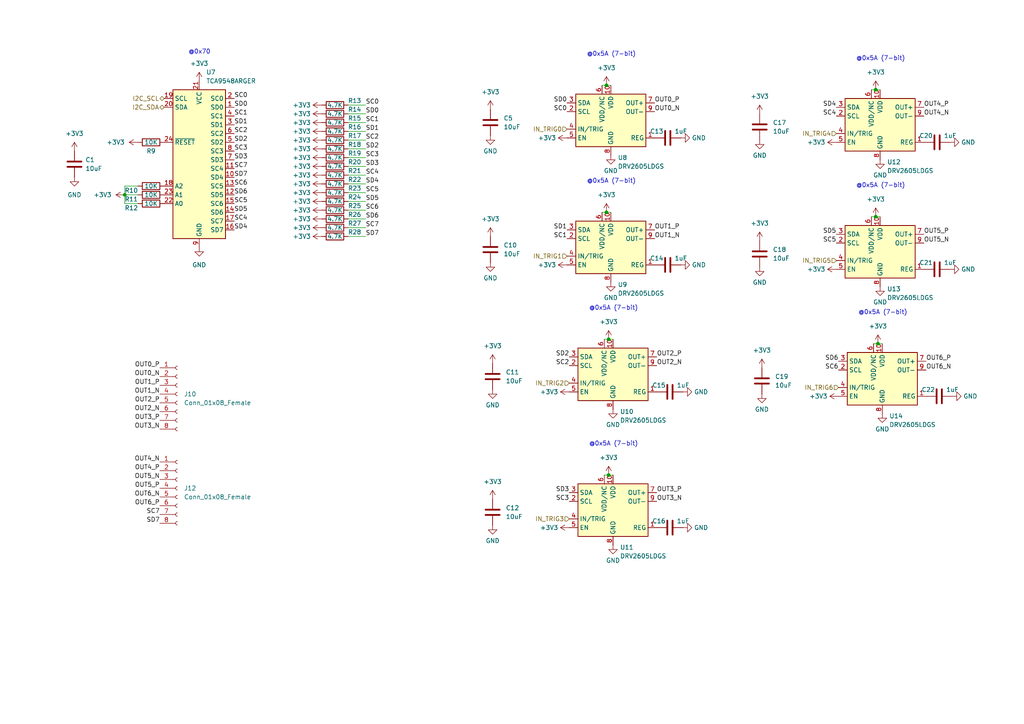
<source format=kicad_sch>
(kicad_sch (version 20211123) (generator eeschema)
  (paper "A4")
  (lib_symbols
    (symbol "Connector:Conn_01x08_Female" (pin_names (offset 1.016) hide)
      (property "Reference" "J" (at 0 10.16 0))
      (property "Value" "Conn_01x08_Female" (at 0 -12.7 0))
      (symbol "Conn_01x08_Female_1_1"
        (arc (start 0 -9.652) (mid -0.508 -10.16) (end 0 -10.668) (stroke (width 0.1524)))
        (arc (start 0 -7.112) (mid -0.508 -7.62) (end 0 -8.128) (stroke (width 0.1524)))
        (arc (start 0 -4.572) (mid -0.508 -5.08) (end 0 -5.588) (stroke (width 0.1524)))
        (arc (start 0 -2.032) (mid -0.508 -2.54) (end 0 -3.048) (stroke (width 0.1524)))
        (polyline (pts (xy -1.27 -10.16) (xy -0.508 -10.16)) (stroke (width 0.1524)))
        (polyline (pts (xy -1.27 -7.62) (xy -0.508 -7.62)) (stroke (width 0.1524)))
        (polyline (pts (xy -1.27 -5.08) (xy -0.508 -5.08)) (stroke (width 0.1524)))
        (polyline (pts (xy -1.27 -2.54) (xy -0.508 -2.54)) (stroke (width 0.1524)))
        (polyline (pts (xy -1.27 0) (xy -0.508 0)) (stroke (width 0.1524)))
        (polyline (pts (xy -1.27 2.54) (xy -0.508 2.54)) (stroke (width 0.1524)))
        (polyline (pts (xy -1.27 5.08) (xy -0.508 5.08)) (stroke (width 0.1524)))
        (polyline (pts (xy -1.27 7.62) (xy -0.508 7.62)) (stroke (width 0.1524)))
        (arc (start 0 0.508) (mid -0.508 0) (end 0 -0.508) (stroke (width 0.1524)))
        (arc (start 0 3.048) (mid -0.508 2.54) (end 0 2.032) (stroke (width 0.1524)))
        (arc (start 0 5.588) (mid -0.508 5.08) (end 0 4.572) (stroke (width 0.1524)))
        (arc (start 0 8.128) (mid -0.508 7.62) (end 0 7.112) (stroke (width 0.1524)))
        (pin passive line (at -5.08 7.62 0) (length 3.81) (name "Pin_1") (number "1"))
        (pin passive line (at -5.08 5.08 0) (length 3.81) (name "Pin_2") (number "2"))
        (pin passive line (at -5.08 2.54 0) (length 3.81) (name "Pin_3") (number "3"))
        (pin passive line (at -5.08 0 0) (length 3.81) (name "Pin_4") (number "4"))
        (pin passive line (at -5.08 -2.54 0) (length 3.81) (name "Pin_5") (number "5"))
        (pin passive line (at -5.08 -5.08 0) (length 3.81) (name "Pin_6") (number "6"))
        (pin passive line (at -5.08 -7.62 0) (length 3.81) (name "Pin_7") (number "7"))
        (pin passive line (at -5.08 -10.16 0) (length 3.81) (name "Pin_8") (number "8"))
      )
    )
    (symbol "Device:C" (pin_numbers hide) (pin_names (offset 0.254))
      (property "Reference" "C" (at 0.635 2.54 0))
      (property "Value" "C" (at 0.635 -2.54 0))
      (symbol "C_0_1"
        (polyline (pts (xy -2.032 -0.762) (xy 2.032 -0.762)) (stroke (width 0.508)))
        (polyline (pts (xy -2.032 0.762) (xy 2.032 0.762)) (stroke (width 0.508)))
      )
      (symbol "C_1_1"
        (pin passive line (at 0 3.81 270) (length 2.794) (name "~") (number "1"))
        (pin passive line (at 0 -3.81 90) (length 2.794) (name "~") (number "2"))
      )
    )
    (symbol "Device:R" (pin_numbers hide) (pin_names (offset 0))
      (property "Reference" "R" (at 2.032 0 90))
      (property "Value" "R" (at 0 0 90))
      (symbol "R_0_1"
        (rectangle (start -1.016 -2.54) (end 1.016 2.54) (stroke (width 0.254)))
      )
      (symbol "R_1_1"
        (pin passive line (at 0 3.81 270) (length 1.27) (name "~") (number "1"))
        (pin passive line (at 0 -3.81 90) (length 1.27) (name "~") (number "2"))
      )
    )
    (symbol "Driver_Haptic:DRV2605LDGS"
      (property "Reference" "U" (at -10.16 8.255 0))
      (property "Value" "DRV2605LDGS" (at 2.54 -8.89 0))
      (symbol "DRV2605LDGS_0_1"
        (rectangle (start -10.16 7.62) (end 10.16 -7.62) (stroke (width 0.254)) (fill (type background)))
      )
      (symbol "DRV2605LDGS_1_1"
        (pin passive line (at 12.7 -5.08 180) (length 2.54) (name "REG") (number "1"))
        (pin power_in line (at 0 10.16 270) (length 2.54) (name "VDD") (number "10"))
        (pin input line (at -12.7 2.54 0) (length 2.54) (name "SCL") (number "2"))
        (pin bidirectional line (at -12.7 5.08 0) (length 2.54) (name "SDA") (number "3"))
        (pin input line (at -12.7 -2.54 0) (length 2.54) (name "IN/TRIG") (number "4"))
        (pin input line (at -12.7 -5.08 0) (length 2.54) (name "EN") (number "5"))
        (pin power_in line (at -2.54 10.16 270) (length 2.54) (name "VDD/NC") (number "6"))
        (pin output line (at 12.7 5.08 180) (length 2.54) (name "OUT+") (number "7"))
        (pin power_in line (at 0 -10.16 90) (length 2.54) (name "GND") (number "8"))
        (pin output line (at 12.7 2.54 180) (length 2.54) (name "OUT-") (number "9"))
      )
    )
    (symbol "Interface_Expansion:TCA9548ARGER"
      (property "Reference" "U" (at -7.62 21.59 0))
      (property "Value" "TCA9548ARGER" (at 1.016 21.59 0))
      (symbol "TCA9548ARGER_0_1"
        (rectangle (start -7.62 20.32) (end 7.62 -22.86) (stroke (width 0.254)) (fill (type background)))
      )
      (symbol "TCA9548ARGER_1_1"
        (pin bidirectional line (at 10.16 15.24 180) (length 2.54) (name "SD0") (number "1"))
        (pin bidirectional line (at 10.16 -5.08 180) (length 2.54) (name "SD4") (number "10"))
        (pin output line (at 10.16 -2.54 180) (length 2.54) (name "SC4") (number "11"))
        (pin bidirectional line (at 10.16 -10.16 180) (length 2.54) (name "SD5") (number "12"))
        (pin output line (at 10.16 -7.62 180) (length 2.54) (name "SC5") (number "13"))
        (pin bidirectional line (at 10.16 -15.24 180) (length 2.54) (name "SD6") (number "14"))
        (pin output line (at 10.16 -12.7 180) (length 2.54) (name "SC6") (number "15"))
        (pin bidirectional line (at 10.16 -20.32 180) (length 2.54) (name "SD7") (number "16"))
        (pin output line (at 10.16 -17.78 180) (length 2.54) (name "SC7") (number "17"))
        (pin input line (at -10.16 -7.62 0) (length 2.54) (name "A2") (number "18"))
        (pin input line (at -10.16 17.78 0) (length 2.54) (name "SCL") (number "19"))
        (pin output line (at 10.16 17.78 180) (length 2.54) (name "SC0") (number "2"))
        (pin bidirectional line (at -10.16 15.24 0) (length 2.54) (name "SDA") (number "20"))
        (pin power_in line (at 0 22.86 270) (length 2.54) (name "VCC") (number "21"))
        (pin input line (at -10.16 -12.7 0) (length 2.54) (name "A0") (number "22"))
        (pin input line (at -10.16 -10.16 0) (length 2.54) (name "A1") (number "23"))
        (pin input line (at -10.16 5.08 0) (length 2.54) (name "~{RESET}") (number "24"))
        (pin no_connect line (at -7.62 -15.24 0) (length 2.54) hide (name "1EP") (number "25"))
        (pin bidirectional line (at 10.16 10.16 180) (length 2.54) (name "SD1") (number "3"))
        (pin output line (at 10.16 12.7 180) (length 2.54) (name "SC1") (number "4"))
        (pin bidirectional line (at 10.16 5.08 180) (length 2.54) (name "SD2") (number "5"))
        (pin output line (at 10.16 7.62 180) (length 2.54) (name "SC2") (number "6"))
        (pin bidirectional line (at 10.16 0 180) (length 2.54) (name "SD3") (number "7"))
        (pin output line (at 10.16 2.54 180) (length 2.54) (name "SC3") (number "8"))
        (pin power_in line (at 0 -25.4 90) (length 2.54) (name "GND") (number "9"))
      )
    )
    (symbol "power:+3.3V" (power) (pin_names (offset 0))
      (property "Value" "+3.3V" (at 0 3.556 0))
      (symbol "+3.3V_0_1"
        (polyline (pts (xy -0.762 1.27) (xy 0 2.54)))
        (polyline (pts (xy 0 0) (xy 0 2.54)))
        (polyline (pts (xy 0 2.54) (xy 0.762 1.27)))
      )
      (symbol "+3.3V_1_1"
        (pin power_in line (at 0 0 90) (length 0) hide (name "+3V3") (number "1"))
      )
    )
    (symbol "power:GND" (power) (pin_names (offset 0))
      (property "Value" "GND" (at 0 -3.81 0))
      (symbol "GND_0_1"
        (polyline (pts (xy 0 0) (xy 0 -1.27) (xy 1.27 -1.27) (xy 0 -2.54) (xy -1.27 -1.27) (xy 0 -1.27)))
      )
      (symbol "GND_1_1"
        (pin power_in line (at 0 0 270) (length 0) hide (name "GND") (number "1"))
      )
    )
  )
  (junction (at 175.895 61.595))
  (junction (at 254 26.035))
  (junction (at 254 62.865))
  (junction (at 176.53 137.795))
  (junction (at 175.895 24.765))
  (junction (at 176.53 98.425))
  (junction (at 254.635 99.695))
  (junction (at 36.195 56.515))
  (wire (pts (xy 254.635 99.695) (xy 255.905 99.695)))
  (wire (pts (xy 100.965 55.88) (xy 106.045 55.88)))
  (wire (pts (xy 100.965 68.58) (xy 106.045 68.58)))
  (wire (pts (xy 175.26 137.795) (xy 176.53 137.795)))
  (wire (pts (xy 100.965 66.04) (xy 106.045 66.04)))
  (wire (pts (xy 100.965 43.18) (xy 106.045 43.18)))
  (wire (pts (xy 36.195 56.515) (xy 40.005 56.515)))
  (wire (pts (xy 254 26.035) (xy 255.27 26.035)))
  (wire (pts (xy 100.965 45.72) (xy 106.045 45.72)))
  (wire (pts (xy 100.965 35.56) (xy 106.045 35.56)))
  (wire (pts (xy 175.895 24.765) (xy 177.165 24.765)))
  (wire (pts (xy 174.625 24.765) (xy 175.895 24.765)))
  (wire (pts (xy 100.965 40.64) (xy 106.045 40.64)))
  (wire (pts (xy 174.625 61.595) (xy 175.895 61.595)))
  (wire (pts (xy 254 62.865) (xy 255.27 62.865)))
  (wire (pts (xy 252.73 62.865) (xy 254 62.865)))
  (wire (pts (xy 100.965 48.26) (xy 106.045 48.26)))
  (wire (pts (xy 36.195 56.515) (xy 36.195 53.975)))
  (wire (pts (xy 100.965 33.02) (xy 106.045 33.02)))
  (wire (pts (xy 253.365 99.695) (xy 254.635 99.695)))
  (wire (pts (xy 100.965 38.1) (xy 106.045 38.1)))
  (wire (pts (xy 175.26 98.425) (xy 176.53 98.425)))
  (wire (pts (xy 100.965 60.96) (xy 106.045 60.96)))
  (wire (pts (xy 252.73 26.035) (xy 254 26.035)))
  (wire (pts (xy 40.005 59.055) (xy 36.195 59.055)))
  (wire (pts (xy 100.965 50.8) (xy 106.045 50.8)))
  (wire (pts (xy 36.195 53.975) (xy 40.005 53.975)))
  (wire (pts (xy 100.965 63.5) (xy 106.045 63.5)))
  (wire (pts (xy 175.895 61.595) (xy 177.165 61.595)))
  (wire (pts (xy 36.195 59.055) (xy 36.195 56.515)))
  (wire (pts (xy 100.965 53.34) (xy 106.045 53.34)))
  (wire (pts (xy 100.965 30.48) (xy 106.045 30.48)))
  (wire (pts (xy 176.53 137.795) (xy 177.8 137.795)))
  (wire (pts (xy 176.53 98.425) (xy 177.8 98.425)))
  (wire (pts (xy 100.965 58.42) (xy 106.045 58.42)))
  (text "@0x5A (7-bit)" (at 248.285 54.61 0) (effects (font (size 1.27 1.27)) (justify left bottom)))
  (text "@0x5A (7-bit)" (at 248.92 91.44 0) (effects (font (size 1.27 1.27)) (justify left bottom)))
  (text "@0x5A (7-bit)" (at 170.18 16.51 0) (effects (font (size 1.27 1.27)) (justify left bottom)))
  (text "@0x5A (7-bit)" (at 170.815 129.54 0) (effects (font (size 1.27 1.27)) (justify left bottom)))
  (text "@0x5A (7-bit)" (at 170.18 53.34 0) (effects (font (size 1.27 1.27)) (justify left bottom)))
  (text "@0x70 " (at 54.61 15.875 0) (effects (font (size 1.27 1.27)) (justify left bottom)))
  (text "@0x5A (7-bit)" (at 170.815 90.17 0) (effects (font (size 1.27 1.27)) (justify left bottom)))
  (text "@0x5A (7-bit)" (at 248.285 17.78 0) (effects (font (size 1.27 1.27)) (justify left bottom)))
  (label "OUT5_P" (at 46.355 141.605 180))
  (label "SC6" (at 243.205 107.315 180))
  (label "OUT3_N" (at 190.5 145.415 0))
  (label "SC2" (at 67.945 38.735 0))
  (label "SC2" (at 165.1 106.045 180))
  (label "OUT5_P" (at 267.97 67.945 0))
  (label "SD2" (at 67.945 41.275 0))
  (label "SC0" (at 164.465 32.385 180))
  (label "SD0" (at 106.045 33.02 0))
  (label "SC7" (at 46.355 149.225 180))
  (label "OUT0_N" (at 46.355 109.22 180))
  (label "SC4" (at 106.045 50.8 0))
  (label "SD1" (at 67.945 36.195 0))
  (label "SD4" (at 106.045 53.34 0))
  (label "OUT5_N" (at 267.97 70.485 0))
  (label "OUT0_P" (at 46.355 106.68 180))
  (label "SD6" (at 67.945 56.515 0))
  (label "SD3" (at 67.945 46.355 0))
  (label "SD2" (at 165.1 103.505 180))
  (label "SC1" (at 67.945 33.655 0))
  (label "SC1" (at 164.465 69.215 180))
  (label "SD4" (at 242.57 31.115 180))
  (label "OUT2_N" (at 190.5 106.045 0))
  (label "OUT6_N" (at 268.605 107.315 0))
  (label "OUT2_P" (at 190.5 103.505 0))
  (label "OUT6_N" (at 46.355 144.145 180))
  (label "SD6" (at 106.045 63.5 0))
  (label "SD5" (at 106.045 58.42 0))
  (label "SC7" (at 67.945 48.895 0))
  (label "SD1" (at 106.045 38.1 0))
  (label "OUT5_N" (at 46.355 139.065 180))
  (label "OUT3_N" (at 46.355 124.46 180))
  (label "SC5" (at 242.57 70.485 180))
  (label "OUT4_N" (at 46.355 133.985 180))
  (label "OUT6_P" (at 268.605 104.775 0))
  (label "SC0" (at 106.045 30.48 0))
  (label "SD1" (at 164.465 66.675 180))
  (label "OUT0_N" (at 189.865 32.385 0))
  (label "SD7" (at 46.355 151.765 180))
  (label "OUT1_N" (at 189.865 69.215 0))
  (label "SD3" (at 165.1 142.875 180))
  (label "OUT3_P" (at 46.355 121.92 180))
  (label "SD3" (at 106.045 48.26 0))
  (label "SD4" (at 67.945 66.675 0))
  (label "SD5" (at 242.57 67.945 180))
  (label "SC2" (at 106.045 40.64 0))
  (label "SC3" (at 165.1 145.415 180))
  (label "OUT0_P" (at 189.865 29.845 0))
  (label "SD6" (at 243.205 104.775 180))
  (label "OUT1_N" (at 46.355 114.3 180))
  (label "OUT4_N" (at 267.97 33.655 0))
  (label "SD7" (at 106.045 68.58 0))
  (label "OUT1_P" (at 46.355 111.76 180))
  (label "SD0" (at 164.465 29.845 180))
  (label "SD7" (at 67.945 51.435 0))
  (label "SC1" (at 106.045 35.56 0))
  (label "SD0" (at 67.945 31.115 0))
  (label "SC3" (at 106.045 45.72 0))
  (label "SC4" (at 242.57 33.655 180))
  (label "SC7" (at 106.045 66.04 0))
  (label "SC6" (at 67.945 53.975 0))
  (label "SD2" (at 106.045 43.18 0))
  (label "SC5" (at 67.945 59.055 0))
  (label "OUT2_P" (at 46.355 116.84 180))
  (label "SC3" (at 67.945 43.815 0))
  (label "SC5" (at 106.045 55.88 0))
  (label "OUT4_P" (at 267.97 31.115 0))
  (label "OUT6_P" (at 46.355 146.685 180))
  (label "OUT3_P" (at 190.5 142.875 0))
  (label "OUT4_P" (at 46.355 136.525 180))
  (label "SD5" (at 67.945 61.595 0))
  (label "SC4" (at 67.945 64.135 0))
  (label "SC6" (at 106.045 60.96 0))
  (label "SC0" (at 67.945 28.575 0))
  (label "OUT1_P" (at 189.865 66.675 0))
  (label "OUT2_N" (at 46.355 119.38 180))
  (hierarchical_label "IN_TRIG3" (shape input) (at 165.1 150.495 180))
  (hierarchical_label "IN_TRIG4" (shape input) (at 242.57 38.735 180))
  (hierarchical_label "IN_TRIG5" (shape input) (at 242.57 75.565 180))
  (hierarchical_label "IN_TRIG0" (shape input) (at 164.465 37.465 180))
  (hierarchical_label "IN_TRIG2" (shape input) (at 165.1 111.125 180))
  (hierarchical_label "IN_TRIG1" (shape input) (at 164.465 74.295 180))
  (hierarchical_label "IN_TRIG6" (shape input) (at 243.205 112.395 180))
  (hierarchical_label "I2C_SDA" (shape bidirectional) (at 47.625 31.115 180))
  (hierarchical_label "I2C_SCL" (shape bidirectional) (at 47.625 28.575 180))
  (symbol (lib_id "Connector:Conn_01x08_Female") (at 51.435 141.605 0) (unit 1)
    (property "Reference" "J12" (at 53.34 141.6049 0) (effects (justify left)))
    (property "Value" "Conn_01x08_Female" (at 53.34 144.1449 0) (effects (justify left)))
    (property "Footprint" "Connector_PinHeader_2.54mm:PinHeader_1x08_P2.54mm_Vertical" (effects hide))
  )
  (symbol (lib_id "Device:C") (at 194.31 153.035 90) (unit 1)
    (property "Reference" "C16" (at 191.135 151.13 90))
    (property "Value" "1uF" (at 198.12 151.13 90))
    (property "Footprint" "Capacitor_SMD:C_0402_1005Metric" (effects hide))
  )
  (symbol (lib_id "power:+3.3V") (at 220.345 69.85 0) (unit 1)
    (property "Reference" "#PWR0180" (effects hide))
    (property "Value" "+3.3V" (at 220.345 64.77 0))
  )
  (symbol (lib_id "power:+3.3V") (at 93.345 66.04 90) (unit 1)
    (property "Reference" "#PWR0223" (effects hide))
    (property "Value" "+3.3V" (at 90.17 66.0399 90) (effects (justify left)))
  )
  (symbol (lib_id "Device:C") (at 271.78 78.105 90) (unit 1)
    (property "Reference" "C21" (at 268.605 76.2 90))
    (property "Value" "1uF" (at 275.59 76.2 90))
    (property "Footprint" "Capacitor_SMD:C_0402_1005Metric" (effects hide))
  )
  (symbol (lib_id "power:+3.3V") (at 243.205 114.935 90) (unit 1)
    (property "Reference" "#PWR0195" (effects hide))
    (property "Value" "+3.3V" (at 240.03 114.9349 90) (effects (justify left)))
  )
  (symbol (lib_id "power:GND") (at 198.12 153.035 90) (unit 1)
    (property "Reference" "#PWR0214" (effects hide))
    (property "Value" "GND" (at 201.295 153.0349 90) (effects (justify right)))
  )
  (symbol (lib_id "power:GND") (at 220.98 114.3 0) (unit 1)
    (property "Reference" "#PWR0194" (effects hide))
    (property "Value" "GND" (at 220.98 118.745 0))
  )
  (symbol (lib_id "power:GND") (at 177.165 81.915 0) (unit 1)
    (property "Reference" "#PWR0207" (effects hide))
    (property "Value" "GND" (at 177.165 86.36 0))
  )
  (symbol (lib_id "Device:R") (at 97.155 60.96 90) (unit 1)
    (property "Reference" "R25" (at 102.87 59.69 90))
    (property "Value" "4.7K" (at 97.155 60.96 90))
    (property "Footprint" "Resistor_SMD:R_0402_1005Metric" (effects hide))
  )
  (symbol (lib_id "Device:R") (at 97.155 43.18 90) (unit 1)
    (property "Reference" "R18" (at 102.87 41.91 90))
    (property "Value" "4.7K" (at 97.155 43.18 90))
    (property "Footprint" "Resistor_SMD:R_0402_1005Metric" (effects hide))
  )
  (symbol (lib_id "power:GND") (at 220.345 40.64 0) (unit 1)
    (property "Reference" "#PWR0182" (effects hide))
    (property "Value" "GND" (at 220.345 45.085 0))
  )
  (symbol (lib_id "Device:C") (at 220.345 73.66 0) (unit 1)
    (property "Reference" "C18" (at 224.155 72.3899 0) (effects (justify left)))
    (property "Value" "10uF" (at 224.155 74.9299 0) (effects (justify left)))
    (property "Footprint" "Capacitor_SMD:C_0402_1005Metric" (effects hide))
  )
  (symbol (lib_id "Device:C") (at 220.345 36.83 0) (unit 1)
    (property "Reference" "C17" (at 224.155 35.5599 0) (effects (justify left)))
    (property "Value" "10uF" (at 224.155 38.0999 0) (effects (justify left)))
    (property "Footprint" "Capacitor_SMD:C_0402_1005Metric" (effects hide))
  )
  (symbol (lib_id "power:+3.3V") (at 93.345 40.64 90) (unit 1)
    (property "Reference" "#PWR0158" (effects hide))
    (property "Value" "+3.3V" (at 90.17 40.6399 90) (effects (justify left)))
  )
  (symbol (lib_id "power:+3.3V") (at 165.1 113.665 90) (unit 1)
    (property "Reference" "#PWR0206" (effects hide))
    (property "Value" "+3.3V" (at 161.925 113.6649 90) (effects (justify left)))
  )
  (symbol (lib_id "power:+3.3V") (at 176.53 98.425 0) (unit 1)
    (property "Reference" "#PWR0209" (effects hide))
    (property "Value" "+3.3V" (at 176.53 93.345 0))
  )
  (symbol (lib_id "power:+3.3V") (at 36.195 56.515 90) (unit 1)
    (property "Reference" "#PWR0177" (effects hide))
    (property "Value" "+3.3V" (at 32.385 56.5149 90) (effects (justify left)))
  )
  (symbol (lib_id "Device:R") (at 97.155 55.88 90) (unit 1)
    (property "Reference" "R23" (at 102.87 54.61 90))
    (property "Value" "4.7K" (at 97.155 55.88 90))
    (property "Footprint" "Resistor_SMD:R_0402_1005Metric" (effects hide))
  )
  (symbol (lib_id "power:GND") (at 198.12 113.665 90) (unit 1)
    (property "Reference" "#PWR0216" (effects hide))
    (property "Value" "GND" (at 201.295 113.6649 90) (effects (justify right)))
  )
  (symbol (lib_id "power:+3.3V") (at 21.59 43.815 0) (unit 1)
    (property "Reference" "#PWR0174" (effects hide))
    (property "Value" "+3.3V" (at 21.59 38.735 0))
  )
  (symbol (lib_id "power:+3.3V") (at 254 62.865 0) (unit 1)
    (property "Reference" "#PWR0186" (effects hide))
    (property "Value" "+3.3V" (at 254 57.785 0))
  )
  (symbol (lib_id "Driver_Haptic:DRV2605LDGS") (at 177.8 147.955 0) (unit 1)
    (property "Reference" "U11" (at 179.8194 158.75 0) (effects (justify left)))
    (property "Value" "DRV2605LDGS" (at 179.8194 161.29 0) (effects (justify left)))
    (property "Footprint" "Package_SO:VSSOP-10_3x3mm_P0.5mm" (effects hide))
    (property "Datasheet" "http://www.ti.com/lit/ds/symlink/drv2605l.pdf" (effects hide))
    (property "LCSC" "C527464" (effects hide))
  )
  (symbol (lib_id "power:+3.3V") (at 220.98 106.68 0) (unit 1)
    (property "Reference" "#PWR0193" (effects hide))
    (property "Value" "+3.3V" (at 220.98 101.6 0))
  )
  (symbol (lib_id "power:GND") (at 255.905 120.015 0) (unit 1)
    (property "Reference" "#PWR0190" (effects hide))
    (property "Value" "GND" (at 255.905 124.46 0))
  )
  (symbol (lib_id "power:GND") (at 142.24 39.37 0) (unit 1)
    (property "Reference" "#PWR0164" (effects hide))
    (property "Value" "GND" (at 142.24 43.815 0))
  )
  (symbol (lib_id "power:GND") (at 197.485 76.835 90) (unit 1)
    (property "Reference" "#PWR0198" (effects hide))
    (property "Value" "GND" (at 200.66 76.8349 90) (effects (justify right)))
  )
  (symbol (lib_id "Device:C") (at 21.59 47.625 0) (unit 1)
    (property "Reference" "C1" (at 24.765 46.3549 0) (effects (justify left)))
    (property "Value" "10uF" (at 24.765 48.8949 0) (effects (justify left)))
    (property "Footprint" "Capacitor_SMD:C_0402_1005Metric" (effects hide))
  )
  (symbol (lib_id "Device:R") (at 97.155 45.72 90) (unit 1)
    (property "Reference" "R19" (at 102.87 44.45 90))
    (property "Value" "4.7K" (at 97.155 45.72 90))
    (property "Footprint" "Resistor_SMD:R_0402_1005Metric" (effects hide))
  )
  (symbol (lib_id "power:+3.3V") (at 93.345 43.18 90) (unit 1)
    (property "Reference" "#PWR0159" (effects hide))
    (property "Value" "+3.3V" (at 90.17 43.1799 90) (effects (justify left)))
  )
  (symbol (lib_id "power:GND") (at 21.59 51.435 0) (unit 1)
    (property "Reference" "#PWR0175" (effects hide))
    (property "Value" "GND" (at 21.59 56.515 0))
  )
  (symbol (lib_id "power:GND") (at 275.59 41.275 90) (unit 1)
    (property "Reference" "#PWR0187" (effects hide))
    (property "Value" "GND" (at 278.765 41.2749 90) (effects (justify right)))
  )
  (symbol (lib_id "power:+3.3V") (at 176.53 137.795 0) (unit 1)
    (property "Reference" "#PWR0213" (effects hide))
    (property "Value" "+3.3V" (at 176.53 132.715 0))
  )
  (symbol (lib_id "power:+3.3V") (at 175.895 24.765 0) (unit 1)
    (property "Reference" "#PWR0202" (effects hide))
    (property "Value" "+3.3V" (at 175.895 19.685 0))
  )
  (symbol (lib_id "Device:R") (at 97.155 33.02 90) (unit 1)
    (property "Reference" "R14" (at 102.87 31.75 90))
    (property "Value" "4.7K" (at 97.155 33.02 90))
    (property "Footprint" "Resistor_SMD:R_0402_1005Metric" (effects hide))
  )
  (symbol (lib_id "Device:R") (at 97.155 63.5 90) (unit 1)
    (property "Reference" "R26" (at 102.87 62.23 90))
    (property "Value" "4.7K" (at 97.155 63.5 90))
    (property "Footprint" "Resistor_SMD:R_0402_1005Metric" (effects hide))
  )
  (symbol (lib_id "Device:R") (at 97.155 66.04 90) (unit 1)
    (property "Reference" "R27" (at 102.87 64.77 90))
    (property "Value" "4.7K" (at 97.155 66.04 90))
    (property "Footprint" "Resistor_SMD:R_0402_1005Metric" (effects hide))
  )
  (symbol (lib_id "power:+3.3V") (at 93.345 55.88 90) (unit 1)
    (property "Reference" "#PWR0172" (effects hide))
    (property "Value" "+3.3V" (at 90.17 55.8799 90) (effects (justify left)))
  )
  (symbol (lib_id "power:GND") (at 57.785 71.755 0) (unit 1)
    (property "Reference" "#PWR0167" (effects hide))
    (property "Value" "GND" (at 57.785 76.835 0))
  )
  (symbol (lib_id "power:GND") (at 142.875 113.03 0) (unit 1)
    (property "Reference" "#PWR0204" (effects hide))
    (property "Value" "GND" (at 142.875 117.475 0))
  )
  (symbol (lib_id "power:+3.3V") (at 93.345 33.02 90) (unit 1)
    (property "Reference" "#PWR0160" (effects hide))
    (property "Value" "+3.3V" (at 90.17 33.0199 90) (effects (justify left)))
  )
  (symbol (lib_id "power:+3.3V") (at 220.345 33.02 0) (unit 1)
    (property "Reference" "#PWR0183" (effects hide))
    (property "Value" "+3.3V" (at 220.345 27.94 0))
  )
  (symbol (lib_id "power:+3.3V") (at 254.635 99.695 0) (unit 1)
    (property "Reference" "#PWR0192" (effects hide))
    (property "Value" "+3.3V" (at 254.635 94.615 0))
  )
  (symbol (lib_id "power:GND") (at 255.27 83.185 0) (unit 1)
    (property "Reference" "#PWR0189" (effects hide))
    (property "Value" "GND" (at 255.27 87.63 0))
  )
  (symbol (lib_id "Device:R") (at 97.155 50.8 90) (unit 1)
    (property "Reference" "R21" (at 102.87 49.53 90))
    (property "Value" "4.7K" (at 97.155 50.8 90))
    (property "Footprint" "Resistor_SMD:R_0402_1005Metric" (effects hide))
  )
  (symbol (lib_id "power:+3.3V") (at 93.345 45.72 90) (unit 1)
    (property "Reference" "#PWR0156" (effects hide))
    (property "Value" "+3.3V" (at 90.17 45.7199 90) (effects (justify left)))
  )
  (symbol (lib_id "Device:C") (at 142.875 109.22 0) (unit 1)
    (property "Reference" "C11" (at 146.685 107.9499 0) (effects (justify left)))
    (property "Value" "10uF" (at 146.685 110.4899 0) (effects (justify left)))
    (property "Footprint" "Capacitor_SMD:C_0402_1005Metric" (effects hide))
  )
  (symbol (lib_id "Device:C") (at 271.78 41.275 90) (unit 1)
    (property "Reference" "C20" (at 268.605 39.37 90))
    (property "Value" "1uF" (at 275.59 39.37 90))
    (property "Footprint" "Capacitor_SMD:C_0402_1005Metric" (effects hide))
  )
  (symbol (lib_id "power:+3.3V") (at 175.895 61.595 0) (unit 1)
    (property "Reference" "#PWR0199" (effects hide))
    (property "Value" "+3.3V" (at 175.895 56.515 0))
  )
  (symbol (lib_id "power:+3.3V") (at 93.345 68.58 90) (unit 1)
    (property "Reference" "#PWR0224" (effects hide))
    (property "Value" "+3.3V" (at 90.17 68.5799 90) (effects (justify left)))
  )
  (symbol (lib_id "power:+3.3V") (at 93.345 50.8 90) (unit 1)
    (property "Reference" "#PWR0170" (effects hide))
    (property "Value" "+3.3V" (at 90.17 50.7999 90) (effects (justify left)))
  )
  (symbol (lib_id "Device:C") (at 220.98 110.49 0) (unit 1)
    (property "Reference" "C19" (at 224.79 109.2199 0) (effects (justify left)))
    (property "Value" "10uF" (at 224.79 111.7599 0) (effects (justify left)))
    (property "Footprint" "Capacitor_SMD:C_0402_1005Metric" (effects hide))
  )
  (symbol (lib_id "power:+3.3V") (at 93.345 35.56 90) (unit 1)
    (property "Reference" "#PWR0157" (effects hide))
    (property "Value" "+3.3V" (at 90.17 35.5599 90) (effects (justify left)))
  )
  (symbol (lib_id "Device:R") (at 43.815 53.975 90) (unit 1)
    (property "Reference" "R10" (at 38.1 55.245 90))
    (property "Value" "10K" (at 43.815 53.975 90))
    (property "Footprint" "Resistor_SMD:R_0402_1005Metric" (effects hide))
  )
  (symbol (lib_id "power:+3.3V") (at 93.345 48.26 90) (unit 1)
    (property "Reference" "#PWR0155" (effects hide))
    (property "Value" "+3.3V" (at 90.17 48.2599 90) (effects (justify left)))
  )
  (symbol (lib_id "power:+3.3V") (at 142.875 105.41 0) (unit 1)
    (property "Reference" "#PWR0205" (effects hide))
    (property "Value" "+3.3V" (at 142.875 100.33 0))
  )
  (symbol (lib_id "Driver_Haptic:DRV2605LDGS") (at 255.27 36.195 0) (unit 1)
    (property "Reference" "U12" (at 257.2894 46.99 0) (effects (justify left)))
    (property "Value" "DRV2605LDGS" (at 257.2894 49.53 0) (effects (justify left)))
    (property "Footprint" "Package_SO:VSSOP-10_3x3mm_P0.5mm" (effects hide))
    (property "Datasheet" "http://www.ti.com/lit/ds/symlink/drv2605l.pdf" (effects hide))
    (property "LCSC" "C527464" (effects hide))
  )
  (symbol (lib_id "power:GND") (at 276.225 114.935 90) (unit 1)
    (property "Reference" "#PWR0191" (effects hide))
    (property "Value" "GND" (at 279.4 114.9349 90) (effects (justify right)))
  )
  (symbol (lib_id "Device:R") (at 97.155 30.48 90) (unit 1)
    (property "Reference" "R13" (at 102.87 29.21 90))
    (property "Value" "4.7K" (at 97.155 30.48 90))
    (property "Footprint" "Resistor_SMD:R_0402_1005Metric" (effects hide))
  )
  (symbol (lib_id "power:+3.3V") (at 93.345 53.34 90) (unit 1)
    (property "Reference" "#PWR0171" (effects hide))
    (property "Value" "+3.3V" (at 90.17 53.3399 90) (effects (justify left)))
  )
  (symbol (lib_id "power:+3.3V") (at 93.345 60.96 90) (unit 1)
    (property "Reference" "#PWR0168" (effects hide))
    (property "Value" "+3.3V" (at 90.17 60.9599 90) (effects (justify left)))
  )
  (symbol (lib_id "power:GND") (at 255.27 46.355 0) (unit 1)
    (property "Reference" "#PWR0185" (effects hide))
    (property "Value" "GND" (at 255.27 50.8 0))
  )
  (symbol (lib_id "Device:C") (at 142.24 35.56 0) (unit 1)
    (property "Reference" "C5" (at 146.05 34.2899 0) (effects (justify left)))
    (property "Value" "10uF" (at 146.05 36.8299 0) (effects (justify left)))
    (property "Footprint" "Capacitor_SMD:C_0402_1005Metric" (effects hide))
  )
  (symbol (lib_id "power:+3.3V") (at 93.345 38.1 90) (unit 1)
    (property "Reference" "#PWR0146" (effects hide))
    (property "Value" "+3.3V" (at 90.17 38.0999 90) (effects (justify left)))
  )
  (symbol (lib_id "power:+3.3V") (at 93.345 58.42 90) (unit 1)
    (property "Reference" "#PWR0169" (effects hide))
    (property "Value" "+3.3V" (at 90.17 58.4199 90) (effects (justify left)))
  )
  (symbol (lib_id "Device:R") (at 97.155 53.34 90) (unit 1)
    (property "Reference" "R22" (at 102.87 52.07 90))
    (property "Value" "4.7K" (at 97.155 53.34 90))
    (property "Footprint" "Resistor_SMD:R_0402_1005Metric" (effects hide))
  )
  (symbol (lib_id "power:+3.3V") (at 142.875 144.78 0) (unit 1)
    (property "Reference" "#PWR0212" (effects hide))
    (property "Value" "+3.3V" (at 142.875 139.7 0))
  )
  (symbol (lib_id "Device:R") (at 43.815 59.055 90) (unit 1)
    (property "Reference" "R12" (at 38.1 60.325 90))
    (property "Value" "10K" (at 43.815 59.055 90))
    (property "Footprint" "Resistor_SMD:R_0402_1005Metric" (effects hide))
  )
  (symbol (lib_id "Device:R") (at 97.155 48.26 90) (unit 1)
    (property "Reference" "R20" (at 102.87 46.99 90))
    (property "Value" "4.7K" (at 97.155 48.26 90))
    (property "Footprint" "Resistor_SMD:R_0402_1005Metric" (effects hide))
  )
  (symbol (lib_id "Device:R") (at 97.155 35.56 90) (unit 1)
    (property "Reference" "R15" (at 102.87 34.29 90))
    (property "Value" "4.7K" (at 97.155 35.56 90))
    (property "Footprint" "Resistor_SMD:R_0402_1005Metric" (effects hide))
  )
  (symbol (lib_id "power:+3.3V") (at 242.57 78.105 90) (unit 1)
    (property "Reference" "#PWR0178" (effects hide))
    (property "Value" "+3.3V" (at 239.395 78.1049 90) (effects (justify left)))
  )
  (symbol (lib_id "power:+3.3V") (at 254 26.035 0) (unit 1)
    (property "Reference" "#PWR0181" (effects hide))
    (property "Value" "+3.3V" (at 254 20.955 0))
  )
  (symbol (lib_id "Connector:Conn_01x08_Female") (at 51.435 114.3 0) (unit 1)
    (property "Reference" "J10" (at 53.34 114.2999 0) (effects (justify left)))
    (property "Value" "Conn_01x08_Female" (at 53.34 116.8399 0) (effects (justify left)))
    (property "Footprint" "Connector_PinHeader_2.54mm:PinHeader_1x08_P2.54mm_Vertical" (effects hide))
  )
  (symbol (lib_id "power:GND") (at 177.165 45.085 0) (unit 1)
    (property "Reference" "#PWR0197" (effects hide))
    (property "Value" "GND" (at 177.165 49.53 0))
  )
  (symbol (lib_id "power:+3.3V") (at 40.005 41.275 90) (unit 1)
    (property "Reference" "#PWR0176" (effects hide))
    (property "Value" "+3.3V" (at 36.195 41.2749 90) (effects (justify left)))
  )
  (symbol (lib_id "power:GND") (at 142.875 152.4 0) (unit 1)
    (property "Reference" "#PWR0211" (effects hide))
    (property "Value" "GND" (at 142.875 156.845 0))
  )
  (symbol (lib_id "power:GND") (at 275.59 78.105 90) (unit 1)
    (property "Reference" "#PWR0188" (effects hide))
    (property "Value" "GND" (at 278.765 78.1049 90) (effects (justify right)))
  )
  (symbol (lib_id "Device:R") (at 97.155 38.1 90) (unit 1)
    (property "Reference" "R16" (at 102.87 36.83 90))
    (property "Value" "4.7K" (at 97.155 38.1 90))
    (property "Footprint" "Resistor_SMD:R_0402_1005Metric" (effects hide))
  )
  (symbol (lib_id "Driver_Haptic:DRV2605LDGS") (at 255.905 109.855 0) (unit 1)
    (property "Reference" "U14" (at 257.9244 120.65 0) (effects (justify left)))
    (property "Value" "DRV2605LDGS" (at 257.9244 123.19 0) (effects (justify left)))
    (property "Footprint" "Package_SO:VSSOP-10_3x3mm_P0.5mm" (effects hide))
    (property "Datasheet" "http://www.ti.com/lit/ds/symlink/drv2605l.pdf" (effects hide))
    (property "LCSC" "C527464" (effects hide))
  )
  (symbol (lib_id "Device:C") (at 194.31 113.665 90) (unit 1)
    (property "Reference" "C15" (at 191.135 111.76 90))
    (property "Value" "1uF" (at 198.12 111.76 90))
    (property "Footprint" "Capacitor_SMD:C_0402_1005Metric" (effects hide))
  )
  (symbol (lib_id "Device:C") (at 142.875 148.59 0) (unit 1)
    (property "Reference" "C12" (at 146.685 147.3199 0) (effects (justify left)))
    (property "Value" "10uF" (at 146.685 149.8599 0) (effects (justify left)))
    (property "Footprint" "Capacitor_SMD:C_0402_1005Metric" (effects hide))
  )
  (symbol (lib_id "power:+3.3V") (at 164.465 40.005 90) (unit 1)
    (property "Reference" "#PWR0196" (effects hide))
    (property "Value" "+3.3V" (at 161.29 40.0049 90) (effects (justify left)))
  )
  (symbol (lib_id "power:+3.3V") (at 142.24 31.75 0) (unit 1)
    (property "Reference" "#PWR0163" (effects hide))
    (property "Value" "+3.3V" (at 142.24 26.67 0))
  )
  (symbol (lib_id "Device:R") (at 97.155 40.64 90) (unit 1)
    (property "Reference" "R17" (at 102.87 39.37 90))
    (property "Value" "4.7K" (at 97.155 40.64 90))
    (property "Footprint" "Resistor_SMD:R_0402_1005Metric" (effects hide))
  )
  (symbol (lib_id "Device:C") (at 272.415 114.935 90) (unit 1)
    (property "Reference" "C22" (at 269.24 113.03 90))
    (property "Value" "1uF" (at 276.225 113.03 90))
    (property "Footprint" "Capacitor_SMD:C_0402_1005Metric" (effects hide))
  )
  (symbol (lib_id "Device:R") (at 97.155 68.58 90) (unit 1)
    (property "Reference" "R28" (at 102.87 67.31 90))
    (property "Value" "4.7K" (at 97.155 68.58 90))
    (property "Footprint" "Resistor_SMD:R_0402_1005Metric" (effects hide))
  )
  (symbol (lib_id "power:+3.3V") (at 164.465 76.835 90) (unit 1)
    (property "Reference" "#PWR0200" (effects hide))
    (property "Value" "+3.3V" (at 161.29 76.8349 90) (effects (justify left)))
  )
  (symbol (lib_id "Driver_Haptic:DRV2605LDGS") (at 177.165 34.925 0) (unit 1)
    (property "Reference" "U8" (at 179.1844 45.72 0) (effects (justify left)))
    (property "Value" "DRV2605LDGS" (at 179.1844 48.26 0) (effects (justify left)))
    (property "Footprint" "Package_SO:VSSOP-10_3x3mm_P0.5mm" (effects hide))
    (property "Datasheet" "http://www.ti.com/lit/ds/symlink/drv2605l.pdf" (effects hide))
    (property "LCSC" "C527464" (effects hide))
  )
  (symbol (lib_id "power:+3.3V") (at 57.785 23.495 0) (unit 1)
    (property "Reference" "#PWR0166" (effects hide))
    (property "Value" "+3.3V" (at 57.785 18.415 0))
  )
  (symbol (lib_id "power:+3.3V") (at 242.57 41.275 90) (unit 1)
    (property "Reference" "#PWR0184" (effects hide))
    (property "Value" "+3.3V" (at 239.395 41.2749 90) (effects (justify left)))
  )
  (symbol (lib_id "Driver_Haptic:DRV2605LDGS") (at 177.8 108.585 0) (unit 1)
    (property "Reference" "U10" (at 179.8194 119.38 0) (effects (justify left)))
    (property "Value" "DRV2605LDGS" (at 179.8194 121.92 0) (effects (justify left)))
    (property "Footprint" "Package_SO:VSSOP-10_3x3mm_P0.5mm" (effects hide))
    (property "Datasheet" "http://www.ti.com/lit/ds/symlink/drv2605l.pdf" (effects hide))
    (property "LCSC" "C527464" (effects hide))
  )
  (symbol (lib_id "Device:R") (at 43.815 56.515 90) (unit 1)
    (property "Reference" "R11" (at 38.1 57.785 90))
    (property "Value" "10K" (at 43.815 56.515 90))
    (property "Footprint" "Resistor_SMD:R_0402_1005Metric" (effects hide))
  )
  (symbol (lib_id "Device:R") (at 43.815 41.275 90) (unit 1)
    (property "Reference" "R9" (at 43.815 43.815 90))
    (property "Value" "10K" (at 43.815 41.275 90))
    (property "Footprint" "Resistor_SMD:R_0402_1005Metric" (effects hide))
  )
  (symbol (lib_id "power:GND") (at 197.485 40.005 90) (unit 1)
    (property "Reference" "#PWR0201" (effects hide))
    (property "Value" "GND" (at 200.66 40.0049 90) (effects (justify right)))
  )
  (symbol (lib_id "power:GND") (at 177.8 118.745 0) (unit 1)
    (property "Reference" "#PWR0208" (effects hide))
    (property "Value" "GND" (at 177.8 123.19 0))
  )
  (symbol (lib_id "Interface_Expansion:TCA9548ARGER") (at 57.785 46.355 0) (unit 1)
    (property "Reference" "U7" (at 59.8044 20.955 0) (effects (justify left)))
    (property "Value" "TCA9548ARGER" (at 59.8044 23.495 0) (effects (justify left)))
    (property "Footprint" "Package_DFN_QFN:Texas_RGE0024C_EP2.1x2.1mm" (effects hide))
    (property "Datasheet" "http://www.ti.com/lit/ds/symlink/tca9548a.pdf" (effects hide))
  )
  (symbol (lib_id "power:+3.3V") (at 93.345 63.5 90) (unit 1)
    (property "Reference" "#PWR0173" (effects hide))
    (property "Value" "+3.3V" (at 90.17 63.4999 90) (effects (justify left)))
  )
  (symbol (lib_id "power:GND") (at 142.24 76.2 0) (unit 1)
    (property "Reference" "#PWR0203" (effects hide))
    (property "Value" "GND" (at 142.24 80.645 0))
  )
  (symbol (lib_id "power:+3.3V") (at 165.1 153.035 90) (unit 1)
    (property "Reference" "#PWR0210" (effects hide))
    (property "Value" "+3.3V" (at 161.925 153.0349 90) (effects (justify left)))
  )
  (symbol (lib_id "power:GND") (at 220.345 77.47 0) (unit 1)
    (property "Reference" "#PWR0179" (effects hide))
    (property "Value" "GND" (at 220.345 81.915 0))
  )
  (symbol (lib_id "Device:C") (at 193.675 40.005 90) (unit 1)
    (property "Reference" "C13" (at 190.5 38.1 90))
    (property "Value" "1uF" (at 197.485 38.1 90))
    (property "Footprint" "Capacitor_SMD:C_0402_1005Metric" (effects hide))
  )
  (symbol (lib_id "Device:C") (at 193.675 76.835 90) (unit 1)
    (property "Reference" "C14" (at 190.5 74.93 90))
    (property "Value" "1uF" (at 197.485 74.93 90))
    (property "Footprint" "Capacitor_SMD:C_0402_1005Metric" (effects hide))
  )
  (symbol (lib_id "Driver_Haptic:DRV2605LDGS") (at 255.27 73.025 0) (unit 1)
    (property "Reference" "U13" (at 257.2894 83.82 0) (effects (justify left)))
    (property "Value" "DRV2605LDGS" (at 257.2894 86.36 0) (effects (justify left)))
    (property "Footprint" "Package_SO:VSSOP-10_3x3mm_P0.5mm" (effects hide))
    (property "Datasheet" "http://www.ti.com/lit/ds/symlink/drv2605l.pdf" (effects hide))
    (property "LCSC" "C527464" (effects hide))
  )
  (symbol (lib_id "power:+3.3V") (at 142.24 68.58 0) (unit 1)
    (property "Reference" "#PWR0165" (effects hide))
    (property "Value" "+3.3V" (at 142.24 63.5 0))
  )
  (symbol (lib_id "Driver_Haptic:DRV2605LDGS") (at 177.165 71.755 0) (unit 1)
    (property "Reference" "U9" (at 179.1844 82.55 0) (effects (justify left)))
    (property "Value" "DRV2605LDGS" (at 179.1844 85.09 0) (effects (justify left)))
    (property "Footprint" "Package_SO:VSSOP-10_3x3mm_P0.5mm" (effects hide))
    (property "Datasheet" "http://www.ti.com/lit/ds/symlink/drv2605l.pdf" (effects hide))
    (property "LCSC" "C527464" (effects hide))
  )
  (symbol (lib_id "Device:C") (at 142.24 72.39 0) (unit 1)
    (property "Reference" "C10" (at 146.05 71.1199 0) (effects (justify left)))
    (property "Value" "10uF" (at 146.05 73.6599 0) (effects (justify left)))
    (property "Footprint" "Capacitor_SMD:C_0402_1005Metric" (effects hide))
  )
  (symbol (lib_id "power:+3.3V") (at 93.345 30.48 90) (unit 1)
    (property "Reference" "#PWR0145" (effects hide))
    (property "Value" "+3.3V" (at 90.17 30.4799 90) (effects (justify left)))
  )
  (symbol (lib_id "power:GND") (at 177.8 158.115 0) (unit 1)
    (property "Reference" "#PWR0215" (effects hide))
    (property "Value" "GND" (at 177.8 162.56 0))
  )
  (symbol (lib_id "Device:R") (at 97.155 58.42 90) (unit 1)
    (property "Reference" "R24" (at 102.87 57.15 90))
    (property "Value" "4.7K" (at 97.155 58.42 90))
    (property "Footprint" "Resistor_SMD:R_0402_1005Metric" (effects hide))
  )
)
</source>
